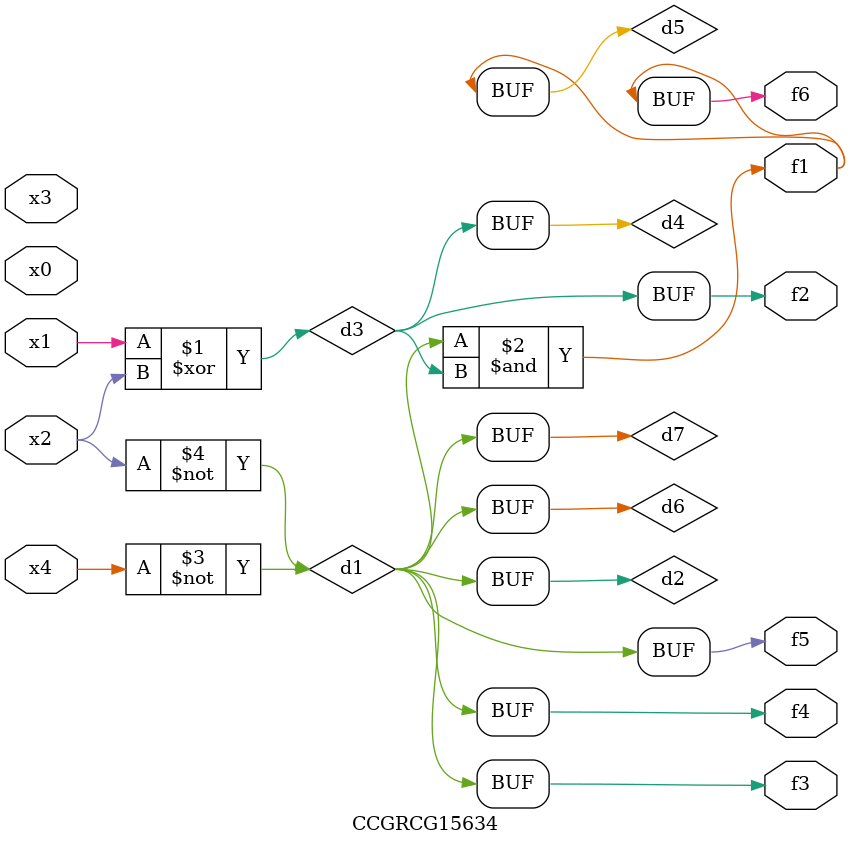
<source format=v>
module CCGRCG15634(
	input x0, x1, x2, x3, x4,
	output f1, f2, f3, f4, f5, f6
);

	wire d1, d2, d3, d4, d5, d6, d7;

	not (d1, x4);
	not (d2, x2);
	xor (d3, x1, x2);
	buf (d4, d3);
	and (d5, d1, d3);
	buf (d6, d1, d2);
	buf (d7, d2);
	assign f1 = d5;
	assign f2 = d4;
	assign f3 = d7;
	assign f4 = d7;
	assign f5 = d7;
	assign f6 = d5;
endmodule

</source>
